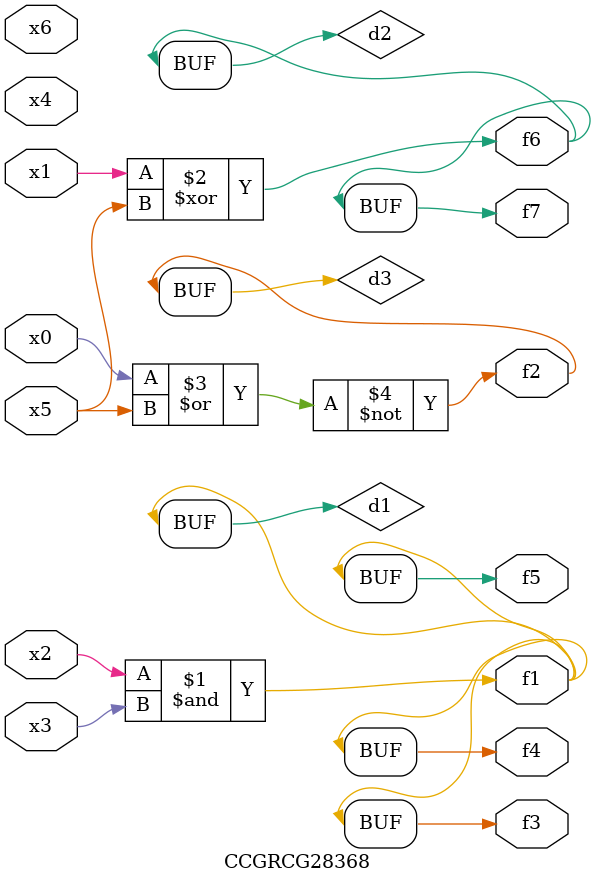
<source format=v>
module CCGRCG28368(
	input x0, x1, x2, x3, x4, x5, x6,
	output f1, f2, f3, f4, f5, f6, f7
);

	wire d1, d2, d3;

	and (d1, x2, x3);
	xor (d2, x1, x5);
	nor (d3, x0, x5);
	assign f1 = d1;
	assign f2 = d3;
	assign f3 = d1;
	assign f4 = d1;
	assign f5 = d1;
	assign f6 = d2;
	assign f7 = d2;
endmodule

</source>
